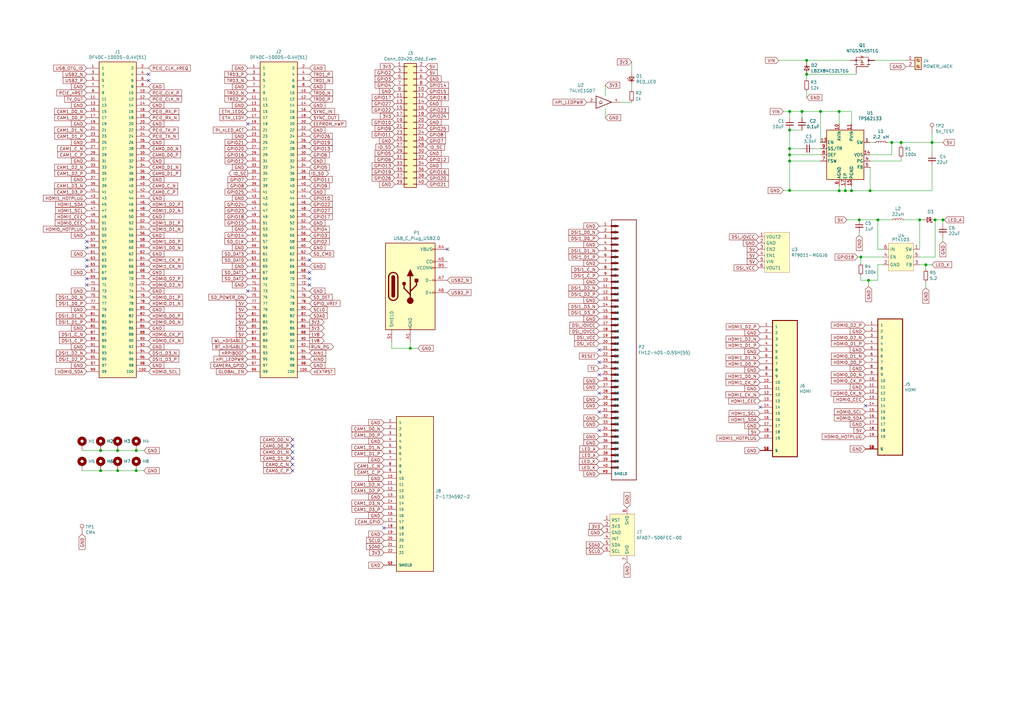
<source format=kicad_sch>
(kicad_sch (version 20200828) (generator eeschema)
  (page 1 1)
  (paper "A3")
  (lib_symbols
    (symbol "1827059-3:1827059-3" (pin_names (offset 1.016))
      (property "Reference" "J" (at -5.08 27.9654 0))
      (property "Value" "1827059-3" (at -5.08 -30.5054 0))
      (symbol "1827059-3_0_0"
        (pin passive line (at -10.16 25.4 0) (length 5.08) (name "1") (number "1"))
        (pin passive line (at -10.16 22.86 0) (length 5.08) (name "2") (number "2"))
        (pin passive line (at -10.16 20.32 0) (length 5.08) (name "3") (number "3"))
        (pin passive line (at -10.16 17.78 0) (length 5.08) (name "4") (number "4"))
        (pin passive line (at -10.16 15.24 0) (length 5.08) (name "5") (number "5"))
        (pin passive line (at -10.16 12.7 0) (length 5.08) (name "6") (number "6"))
        (pin passive line (at -10.16 10.16 0) (length 5.08) (name "7") (number "7"))
        (pin passive line (at -10.16 7.62 0) (length 5.08) (name "8") (number "8"))
        (pin passive line (at -10.16 5.08 0) (length 5.08) (name "9") (number "9"))
        (pin passive line (at -10.16 2.54 0) (length 5.08) (name "10") (number "10"))
        (pin passive line (at -10.16 0 0) (length 5.08) (name "11") (number "11"))
        (pin passive line (at -10.16 -2.54 0) (length 5.08) (name "12") (number "12"))
        (pin passive line (at -10.16 -5.08 0) (length 5.08) (name "13") (number "13"))
        (pin passive line (at -10.16 -7.62 0) (length 5.08) (name "14") (number "14"))
        (pin passive line (at -10.16 -10.16 0) (length 5.08) (name "15") (number "15"))
        (pin passive line (at -10.16 -12.7 0) (length 5.08) (name "16") (number "16"))
        (pin passive line (at -10.16 -15.24 0) (length 5.08) (name "17") (number "17"))
        (pin passive line (at -10.16 -17.78 0) (length 5.08) (name "18") (number "18"))
        (pin passive line (at -10.16 -20.32 0) (length 5.08) (name "19") (number "19"))
        (pin passive line (at -10.16 -25.4 0) (length 5.08) (name "S") (number "S1"))
        (pin passive line (at -10.16 -25.4 0) (length 5.08) (name "S") (number "S2"))
        (pin passive line (at -10.16 -25.4 0) (length 5.08) (name "S") (number "S3"))
        (pin passive line (at -10.16 -25.4 0) (length 5.08) (name "S") (number "S4"))
      )
    )
    (symbol "2-1734592-2:2-1734592-2" (pin_names (offset 1.016))
      (property "Reference" "J" (at -7.62 31.75 0))
      (property "Value" "2-1734592-2" (at -7.62 -34.29 0))
      (symbol "2-1734592-2_0_0"
        (pin passive line (at -12.7 -30.48 0) (length 5.08) (name "SHIELD") (number "S1"))
        (pin passive line (at -12.7 -30.48 0) (length 5.08) (name "SHIELD") (number "S2"))
        (pin passive line (at -12.7 27.94 0) (length 5.08) (name "1") (number "1"))
        (pin passive line (at -12.7 25.4 0) (length 5.08) (name "2") (number "2"))
        (pin passive line (at -12.7 22.86 0) (length 5.08) (name "3") (number "3"))
        (pin passive line (at -12.7 20.32 0) (length 5.08) (name "4") (number "4"))
        (pin passive line (at -12.7 17.78 0) (length 5.08) (name "5") (number "5"))
        (pin passive line (at -12.7 15.24 0) (length 5.08) (name "6") (number "6"))
        (pin passive line (at -12.7 12.7 0) (length 5.08) (name "7") (number "7"))
        (pin passive line (at -12.7 10.16 0) (length 5.08) (name "8") (number "8"))
        (pin passive line (at -12.7 7.62 0) (length 5.08) (name "9") (number "9"))
        (pin passive line (at -12.7 5.08 0) (length 5.08) (name "10") (number "10"))
        (pin passive line (at -12.7 2.54 0) (length 5.08) (name "11") (number "11"))
        (pin passive line (at -12.7 0 0) (length 5.08) (name "12") (number "12"))
        (pin passive line (at -12.7 -2.54 0) (length 5.08) (name "13") (number "13"))
        (pin passive line (at -12.7 -5.08 0) (length 5.08) (name "14") (number "14"))
        (pin passive line (at -12.7 -7.62 0) (length 5.08) (name "15") (number "15"))
        (pin passive line (at -12.7 -10.16 0) (length 5.08) (name "16") (number "16"))
        (pin passive line (at -12.7 -12.7 0) (length 5.08) (name "17") (number "17"))
        (pin passive line (at -12.7 -15.24 0) (length 5.08) (name "18") (number "18"))
        (pin passive line (at -12.7 -17.78 0) (length 5.08) (name "19") (number "19"))
        (pin passive line (at -12.7 -20.32 0) (length 5.08) (name "20") (number "20"))
        (pin passive line (at -12.7 -22.86 0) (length 5.08) (name "21") (number "21"))
        (pin passive line (at -12.7 -25.4 0) (length 5.08) (name "22") (number "22"))
      )
    )
    (symbol "74xGxx:74LVC1G07" (pin_names (offset 1.016))
      (property "Reference" "U" (at -2.54 3.81 0))
      (property "Value" "74LVC1G07" (at 0 -3.81 0))
      (symbol "74LVC1G07_1_1"
        (pin input line (at -7.62 0 0) (length 3.81) (name "~") (number "2"))
        (pin power_in line (at 0 -2.54 270) (length 0) hide (name "GND") (number "3"))
        (pin open_collector line (at 6.35 0 180) (length 3.81) (name "~") (number "4"))
        (pin power_in line (at 0 2.54 90) (length 0) hide (name "VCC") (number "5"))
      )
    )
    (symbol "AFA07-S06FCC-00:AFA07-S06FCC-00"
      (property "Reference" "J" (at -1.27 15.875 0))
      (property "Value" "AFA07-S06FCC-00" (at -0.635 17.78 0))
      (symbol "AFA07-S06FCC-00_1_1"
        (pin input line (at -8.255 5.715 0) (length 2.54) (name "RST") (number "1"))
        (pin input line (at -8.255 3.175 0) (length 2.54) (name "3V3") (number "2"))
        (pin input line (at -8.255 0.635 0) (length 2.54) (name "GND") (number "3"))
        (pin input line (at -8.255 -1.905 0) (length 2.54) (name "INT") (number "4"))
        (pin input line (at -8.255 -4.445 0) (length 2.54) (name "SDA") (number "5"))
        (pin input line (at -8.255 -6.985 0) (length 2.54) (name "SCL") (number "6"))
        (pin input line (at 1.27 -11.43 90) (length 2.54) (name "SHD") (number "7"))
        (pin input line (at 1.27 10.795 270) (length 2.54) (name "SHD") (number "8"))
      )
    )
    (symbol "Connector:Screw_Terminal_01x02" (pin_names (offset 1.016) hide)
      (property "Reference" "J" (at 0 2.54 0))
      (property "Value" "Screw_Terminal_01x02" (at 0 -5.08 0))
      (symbol "Screw_Terminal_01x02_1_1"
        (pin passive line (at -5.08 0 0) (length 3.81) (name "Pin_1") (number "1"))
        (pin passive line (at -5.08 -2.54 0) (length 3.81) (name "Pin_2") (number "2"))
      )
    )
    (symbol "Connector:TestPoint" (pin_numbers hide) (pin_names (offset 0.762) hide)
      (property "Reference" "TP" (at 0 6.858 0))
      (property "Value" "TestPoint" (at 0 5.08 0))
      (symbol "TestPoint_1_1"
        (pin passive line (at 0 0 90) (length 2.54) (name "1") (number "1"))
      )
    )
    (symbol "Connector:USB_C_Plug_USB2.0" (pin_names (offset 1.016))
      (property "Reference" "P" (at -10.16 19.05 0))
      (property "Value" "USB_C_Plug_USB2.0" (at 12.7 19.05 0))
      (symbol "USB_C_Plug_USB2.0_1_1"
        (pin passive line (at 0 -22.86 90) (length 5.08) (name "GND") (number "A1"))
        (pin passive line (at 0 -22.86 90) (length 5.08) hide (name "GND") (number "A12"))
        (pin passive line (at 15.24 15.24 180) (length 5.08) (name "VBUS") (number "A4"))
        (pin bidirectional line (at 15.24 10.16 180) (length 5.08) (name "CC") (number "A5"))
        (pin bidirectional line (at 15.24 -2.54 180) (length 5.08) (name "D+") (number "A6"))
        (pin bidirectional line (at 15.24 2.54 180) (length 5.08) (name "D-") (number "A7"))
        (pin passive line (at 15.24 15.24 180) (length 5.08) hide (name "VBUS") (number "A9"))
        (pin passive line (at 0 -22.86 90) (length 5.08) hide (name "GND") (number "B1"))
        (pin passive line (at 0 -22.86 90) (length 5.08) hide (name "GND") (number "B12"))
        (pin passive line (at 15.24 15.24 180) (length 5.08) hide (name "VBUS") (number "B4"))
        (pin bidirectional line (at 15.24 7.62 180) (length 5.08) (name "VCONN") (number "B5"))
        (pin passive line (at 15.24 15.24 180) (length 5.08) hide (name "VBUS") (number "B9"))
        (pin passive line (at -7.62 -22.86 90) (length 5.08) (name "SHIELD") (number "S1"))
      )
    )
    (symbol "Connector_Generic:Conn_02x20_Odd_Even" (pin_names (offset 1.016) hide)
      (property "Reference" "J" (at 1.27 25.4 0))
      (property "Value" "Conn_02x20_Odd_Even" (at 1.27 -27.94 0))
      (symbol "Conn_02x20_Odd_Even_1_1"
        (pin passive line (at -5.08 22.86 0) (length 3.81) (name "Pin_1") (number "1"))
        (pin passive line (at 7.62 12.7 180) (length 3.81) (name "Pin_10") (number "10"))
        (pin passive line (at -5.08 10.16 0) (length 3.81) (name "Pin_11") (number "11"))
        (pin passive line (at 7.62 10.16 180) (length 3.81) (name "Pin_12") (number "12"))
        (pin passive line (at -5.08 7.62 0) (length 3.81) (name "Pin_13") (number "13"))
        (pin passive line (at 7.62 7.62 180) (length 3.81) (name "Pin_14") (number "14"))
        (pin passive line (at -5.08 5.08 0) (length 3.81) (name "Pin_15") (number "15"))
        (pin passive line (at 7.62 5.08 180) (length 3.81) (name "Pin_16") (number "16"))
        (pin passive line (at -5.08 2.54 0) (length 3.81) (name "Pin_17") (number "17"))
        (pin passive line (at 7.62 2.54 180) (length 3.81) (name "Pin_18") (number "18"))
        (pin passive line (at -5.08 0 0) (length 3.81) (name "Pin_19") (number "19"))
        (pin passive line (at 7.62 22.86 180) (length 3.81) (name "Pin_2") (number "2"))
        (pin passive line (at 7.62 0 180) (length 3.81) (name "Pin_20") (number "20"))
        (pin passive line (at -5.08 -2.54 0) (length 3.81) (name "Pin_21") (number "21"))
        (pin passive line (at 7.62 -2.54 180) (length 3.81) (name "Pin_22") (number "22"))
        (pin passive line (at -5.08 -5.08 0) (length 3.81) (name "Pin_23") (number "23"))
        (pin passive line (at 7.62 -5.08 180) (length 3.81) (name "Pin_24") (number "24"))
        (pin passive line (at -5.08 -7.62 0) (length 3.81) (name "Pin_25") (number "25"))
        (pin passive line (at 7.62 -7.62 180) (length 3.81) (name "Pin_26") (number "26"))
        (pin passive line (at -5.08 -10.16 0) (length 3.81) (name "Pin_27") (number "27"))
        (pin passive line (at 7.62 -10.16 180) (length 3.81) (name "Pin_28") (number "28"))
        (pin passive line (at -5.08 -12.7 0) (length 3.81) (name "Pin_29") (number "29"))
        (pin passive line (at -5.08 20.32 0) (length 3.81) (name "Pin_3") (number "3"))
        (pin passive line (at 7.62 -12.7 180) (length 3.81) (name "Pin_30") (number "30"))
        (pin passive line (at -5.08 -15.24 0) (length 3.81) (name "Pin_31") (number "31"))
        (pin passive line (at 7.62 -15.24 180) (length 3.81) (name "Pin_32") (number "32"))
        (pin passive line (at -5.08 -17.78 0) (length 3.81) (name "Pin_33") (number "33"))
        (pin passive line (at 7.62 -17.78 180) (length 3.81) (name "Pin_34") (number "34"))
        (pin passive line (at -5.08 -20.32 0) (length 3.81) (name "Pin_35") (number "35"))
        (pin passive line (at 7.62 -20.32 180) (length 3.81) (name "Pin_36") (number "36"))
        (pin passive line (at -5.08 -22.86 0) (length 3.81) (name "Pin_37") (number "37"))
        (pin passive line (at 7.62 -22.86 180) (length 3.81) (name "Pin_38") (number "38"))
        (pin passive line (at -5.08 -25.4 0) (length 3.81) (name "Pin_39") (number "39"))
        (pin passive line (at 7.62 20.32 180) (length 3.81) (name "Pin_4") (number "4"))
        (pin passive line (at 7.62 -25.4 180) (length 3.81) (name "Pin_40") (number "40"))
        (pin passive line (at -5.08 17.78 0) (length 3.81) (name "Pin_5") (number "5"))
        (pin passive line (at 7.62 17.78 180) (length 3.81) (name "Pin_6") (number "6"))
        (pin passive line (at -5.08 15.24 0) (length 3.81) (name "Pin_7") (number "7"))
        (pin passive line (at 7.62 15.24 180) (length 3.81) (name "Pin_8") (number "8"))
        (pin passive line (at -5.08 12.7 0) (length 3.81) (name "Pin_9") (number "9"))
      )
    )
    (symbol "DF40C-100DS-0.4V_51_:DF40C-100DS-0.4V(51)" (pin_names (offset 1.016))
      (property "Reference" "J" (at -7.6454 63.6524 0))
      (property "Value" "DF40C-100DS-0.4V(51)" (at -7.6454 -71.2724 0))
      (symbol "DF40C-100DS-0.4V(51)_0_0"
        (pin passive line (at -12.7 60.96 0) (length 5.08) (name "1") (number "1"))
        (pin passive line (at 12.7 60.96 180) (length 5.08) (name "2") (number "2"))
        (pin passive line (at -12.7 58.42 0) (length 5.08) (name "3") (number "3"))
        (pin passive line (at 12.7 58.42 180) (length 5.08) (name "4") (number "4"))
        (pin passive line (at -12.7 55.88 0) (length 5.08) (name "5") (number "5"))
        (pin passive line (at 12.7 55.88 180) (length 5.08) (name "6") (number "6"))
        (pin passive line (at -12.7 53.34 0) (length 5.08) (name "7") (number "7"))
        (pin passive line (at 12.7 53.34 180) (length 5.08) (name "8") (number "8"))
        (pin passive line (at -12.7 50.8 0) (length 5.08) (name "9") (number "9"))
        (pin passive line (at 12.7 50.8 180) (length 5.08) (name "10") (number "10"))
        (pin passive line (at -12.7 48.26 0) (length 5.08) (name "11") (number "11"))
        (pin passive line (at 12.7 48.26 180) (length 5.08) (name "12") (number "12"))
        (pin passive line (at -12.7 45.72 0) (length 5.08) (name "13") (number "13"))
        (pin passive line (at 12.7 45.72 180) (length 5.08) (name "14") (number "14"))
        (pin passive line (at -12.7 43.18 0) (length 5.08) (name "15") (number "15"))
        (pin passive line (at 12.7 43.18 180) (length 5.08) (name "16") (number "16"))
        (pin passive line (at -12.7 40.64 0) (length 5.08) (name "17") (number "17"))
        (pin passive line (at 12.7 40.64 180) (length 5.08) (name "18") (number "18"))
        (pin passive line (at -12.7 38.1 0) (length 5.08) (name "19") (number "19"))
        (pin passive line (at 12.7 38.1 180) (length 5.08) (name "20") (number "20"))
        (pin passive line (at -12.7 35.56 0) (length 5.08) (name "21") (number "21"))
        (pin passive line (at 12.7 35.56 180) (length 5.08) (name "22") (number "22"))
        (pin passive line (at -12.7 33.02 0) (length 5.08) (name "23") (number "23"))
        (pin passive line (at 12.7 33.02 180) (length 5.08) (name "24") (number "24"))
        (pin passive line (at -12.7 30.48 0) (length 5.08) (name "25") (number "25"))
        (pin passive line (at 12.7 30.48 180) (length 5.08) (name "26") (number "26"))
        (pin passive line (at -12.7 27.94 0) (length 5.08) (name "27") (number "27"))
        (pin passive line (at 12.7 27.94 180) (length 5.08) (name "28") (number "28"))
        (pin passive line (at -12.7 25.4 0) (length 5.08) (name "29") (number "29"))
        (pin passive line (at 12.7 25.4 180) (length 5.08) (name "30") (number "30"))
        (pin passive line (at -12.7 22.86 0) (length 5.08) (name "31") (number "31"))
        (pin passive line (at 12.7 22.86 180) (length 5.08) (name "32") (number "32"))
        (pin passive line (at -12.7 20.32 0) (length 5.08) (name "33") (number "33"))
        (pin passive line (at 12.7 20.32 180) (length 5.08) (name "34") (number "34"))
        (pin passive line (at -12.7 17.78 0) (length 5.08) (name "35") (number "35"))
        (pin passive line (at 12.7 17.78 180) (length 5.08) (name "36") (number "36"))
        (pin passive line (at -12.7 15.24 0) (length 5.08) (name "37") (number "37"))
        (pin passive line (at 12.7 15.24 180) (length 5.08) (name "38") (number "38"))
        (pin passive line (at -12.7 12.7 0) (length 5.08) (name "39") (number "39"))
        (pin passive line (at 12.7 12.7 180) (length 5.08) (name "40") (number "40"))
        (pin passive line (at -12.7 10.16 0) (length 5.08) (name "41") (number "41"))
        (pin passive line (at 12.7 10.16 180) (length 5.08) (name "42") (number "42"))
        (pin passive line (at -12.7 7.62 0) (length 5.08) (name "43") (number "43"))
        (pin passive line (at 12.7 7.62 180) (length 5.08) (name "44") (number "44"))
        (pin passive line (at -12.7 5.08 0) (length 5.08) (name "45") (number "45"))
        (pin passive line (at 12.7 5.08 180) (length 5.08) (name "46") (number "46"))
        (pin passive line (at -12.7 2.54 0) (length 5.08) (name "47") (number "47"))
        (pin passive line (at 12.7 2.54 180) (length 5.08) (name "48") (number "48"))
        (pin passive line (at -12.7 0 0) (length 5.08) (name "49") (number "49"))
        (pin passive line (at 12.7 0 180) (length 5.08) (name "50") (number "50"))
        (pin passive line (at -12.7 -2.54 0) (length 5.08) (name "51") (number "51"))
        (pin passive line (at 12.7 -2.54 180) (length 5.08) (name "52") (number "52"))
        (pin passive line (at -12.7 -5.08 0) (length 5.08) (name "53") (number "53"))
        (pin passive line (at 12.7 -5.08 180) (length 5.08) (name "54") (number "54"))
        (pin passive line (at -12.7 -7.62 0) (length 5.08) (name "55") (number "55"))
        (pin passive line (at 12.7 -7.62 180) (length 5.08) (name "56") (number "56"))
        (pin passive line (at -12.7 -10.16 0) (length 5.08) (name "57") (number "57"))
        (pin passive line (at 12.7 -10.16 180) (length 5.08) (name "58") (number "58"))
        (pin passive line (at -12.7 -12.7 0) (length 5.08) (name "59") (number "59"))
        (pin passive line (at 12.7 -12.7 180) (length 5.08) (name "60") (number "60"))
        (pin passive line (at -12.7 -15.24 0) (length 5.08) (name "61") (number "61"))
        (pin passive line (at 12.7 -15.24 180) (length 5.08) (name "62") (number "62"))
        (pin passive line (at -12.7 -17.78 0) (length 5.08) (name "63") (number "63"))
        (pin passive line (at 12.7 -17.78 180) (length 5.08) (name "64") (number "64"))
        (pin passive line (at -12.7 -20.32 0) (length 5.08) (name "65") (number "65"))
        (pin passive line (at 12.7 -20.32 180) (length 5.08) (name "66") (number "66"))
        (pin passive line (at -12.7 -22.86 0) (length 5.08) (name "67") (number "67"))
        (pin passive line (at 12.7 -22.86 180) (length 5.08) (name "68") (number "68"))
        (pin passive line (at -12.7 -25.4 0) (length 5.08) (name "69") (number "69"))
        (pin passive line (at 12.7 -25.4 180) (length 5.08) (name "70") (number "70"))
        (pin passive line (at -12.7 -27.94 0) (length 5.08) (name "71") (number "71"))
        (pin passive line (at 12.7 -27.94 180) (length 5.08) (name "72") (number "72"))
        (pin passive line (at -12.7 -30.48 0) (length 5.08) (name "73") (number "73"))
        (pin passive line (at 12.7 -30.48 180) (length 5.08) (name "74") (number "74"))
        (pin passive line (at -12.7 -33.02 0) (length 5.08) (name "75") (number "75"))
        (pin passive line (at 12.7 -33.02 180) (length 5.08) (name "76") (number "76"))
        (pin passive line (at -12.7 -35.56 0) (length 5.08) (name "77") (number "77"))
        (pin passive line (at 12.7 -35.56 180) (length 5.08) (name "78") (number "78"))
        (pin passive line (at -12.7 -38.1 0) (length 5.08) (name "79") (number "79"))
        (pin passive line (at 12.7 -38.1 180) (length 5.08) (name "80") (number "80"))
        (pin passive line (at -12.7 -40.64 0) (length 5.08) (name "81") (number "81"))
        (pin passive line (at 12.7 -40.64 180) (length 5.08) (name "82") (number "82"))
        (pin passive line (at -12.7 -43.18 0) (length 5.08) (name "83") (number "83"))
        (pin passive line (at 12.7 -43.18 180) (length 5.08) (name "84") (number "84"))
        (pin passive line (at -12.7 -45.72 0) (length 5.08) (name "85") (number "85"))
        (pin passive line (at 12.7 -45.72 180) (length 5.08) (name "86") (number "86"))
        (pin passive line (at -12.7 -48.26 0) (length 5.08) (name "87") (number "87"))
        (pin passive line (at 12.7 -48.26 180) (length 5.08) (name "88") (number "88"))
        (pin passive line (at -12.7 -50.8 0) (length 5.08) (name "89") (number "89"))
        (pin passive line (at 12.7 -50.8 180) (length 5.08) (name "90") (number "90"))
        (pin passive line (at -12.7 -53.34 0) (length 5.08) (name "91") (number "91"))
        (pin passive line (at 12.7 -53.34 180) (length 5.08) (name "92") (number "92"))
        (pin passive line (at -12.7 -55.88 0) (length 5.08) (name "93") (number "93"))
        (pin passive line (at 12.7 -55.88 180) (length 5.08) (name "94") (number "94"))
        (pin passive line (at -12.7 -58.42 0) (length 5.08) (name "95") (number "95"))
        (pin passive line (at 12.7 -58.42 180) (length 5.08) (name "96") (number "96"))
        (pin passive line (at -12.7 -60.96 0) (length 5.08) (name "97") (number "97"))
        (pin passive line (at 12.7 -60.96 180) (length 5.08) (name "98") (number "98"))
        (pin passive line (at -12.7 -63.5 0) (length 5.08) (name "99") (number "99"))
        (pin passive line (at 12.7 -63.5 180) (length 5.08) (name "100") (number "100"))
      )
    )
    (symbol "Device:C_Small" (pin_numbers hide) (pin_names (offset 0.254) hide)
      (property "Reference" "C" (at 0.254 1.778 0))
      (property "Value" "C_Small" (at 0.254 -2.032 0))
      (symbol "C_Small_1_1"
        (pin passive line (at 0 2.54 270) (length 2.032) (name "~") (number "1"))
        (pin passive line (at 0 -2.54 90) (length 2.032) (name "~") (number "2"))
      )
    )
    (symbol "Device:D_Schottky_Small" (pin_numbers hide) (pin_names (offset 0.254) hide)
      (property "Reference" "D" (at -1.27 2.032 0))
      (property "Value" "D_Schottky_Small" (at -7.112 -2.032 0))
      (symbol "D_Schottky_Small_1_1"
        (pin passive line (at -2.54 0 0) (length 1.778) (name "K") (number "1"))
        (pin passive line (at 2.54 0 180) (length 1.778) (name "A") (number "2"))
      )
    )
    (symbol "Device:D_Zener_Small" (pin_numbers hide) (pin_names (offset 0.254) hide)
      (property "Reference" "D" (at 0 2.286 0))
      (property "Value" "D_Zener_Small" (at 0 -2.286 0))
      (symbol "D_Zener_Small_1_1"
        (pin passive line (at -2.54 0 0) (length 1.778) (name "K") (number "1"))
        (pin passive line (at 2.54 0 180) (length 1.778) (name "A") (number "2"))
      )
    )
    (symbol "Device:LED_Small" (pin_numbers hide) (pin_names (offset 0.254) hide)
      (property "Reference" "D" (at -1.27 3.175 0))
      (property "Value" "LED_Small" (at -4.445 -2.54 0))
      (symbol "LED_Small_1_1"
        (pin passive line (at -2.54 0 0) (length 1.778) (name "K") (number "1"))
        (pin passive line (at 2.54 0 180) (length 1.778) (name "A") (number "2"))
      )
    )
    (symbol "Device:L_Small" (pin_numbers hide) (pin_names (offset 0.254) hide)
      (property "Reference" "L" (at 0.762 1.016 0))
      (property "Value" "L_Small" (at 0.762 -1.016 0))
      (symbol "L_Small_1_1"
        (pin passive line (at 0 2.54 270) (length 0.508) (name "~") (number "1"))
        (pin passive line (at 0 -2.54 90) (length 0.508) (name "~") (number "2"))
      )
    )
    (symbol "Device:R_Small" (pin_numbers hide) (pin_names (offset 0.254) hide)
      (property "Reference" "R" (at 0.762 0.508 0))
      (property "Value" "R_Small" (at 0.762 -1.016 0))
      (symbol "R_Small_1_1"
        (pin passive line (at 0 2.54 270) (length 0.762) (name "~") (number "1"))
        (pin passive line (at 0 -2.54 90) (length 0.762) (name "~") (number "2"))
      )
    )
    (symbol "FH12-40S-0.5SH_55_:FH12-40S-0.5SH(55)" (pin_names (offset 1.016))
      (property "Reference" "P" (at 0 53.4162 0))
      (property "Value" "FH12-40S-0.5SH(55)" (at 0 -55.88 0))
      (symbol "FH12-40S-0.5SH(55)_0_0"
        (pin passive line (at -5.08 50.8 0) (length 5.08) (name "1") (number "1"))
        (pin passive line (at -5.08 48.26 0) (length 5.08) (name "2") (number "2"))
        (pin passive line (at -5.08 45.72 0) (length 5.08) (name "3") (number "3"))
        (pin passive line (at -5.08 43.18 0) (length 5.08) (name "4") (number "4"))
        (pin passive line (at -5.08 40.64 0) (length 5.08) (name "5") (number "5"))
        (pin passive line (at -5.08 38.1 0) (length 5.08) (name "6") (number "6"))
        (pin passive line (at -5.08 35.56 0) (length 5.08) (name "7") (number "7"))
        (pin passive line (at -5.08 33.02 0) (length 5.08) (name "8") (number "8"))
        (pin passive line (at -5.08 30.48 0) (length 5.08) (name "9") (number "9"))
        (pin passive line (at -5.08 27.94 0) (length 5.08) (name "10") (number "10"))
        (pin passive line (at -5.08 25.4 0) (length 5.08) (name "11") (number "11"))
        (pin passive line (at -5.08 22.86 0) (length 5.08) (name "12") (number "12"))
        (pin passive line (at -5.08 20.32 0) (length 5.08) (name "13") (number "13"))
        (pin passive line (at -5.08 17.78 0) (length 5.08) (name "14") (number "14"))
        (pin passive line (at -5.08 15.24 0) (length 5.08) (name "15") (number "15"))
        (pin passive line (at -5.08 12.7 0) (length 5.08) (name "16") (number "16"))
        (pin passive line (at -5.08 10.16 0) (length 5.08) (name "17") (number "17"))
        (pin passive line (at -5.08 7.62 0) (length 5.08) (name "18") (number "18"))
        (pin passive line (at -5.08 5.08 0) (length 5.08) (name "19") (number "19"))
        (pin passive line (at -5.08 2.54 0) (length 5.08) (name "20") (number "20"))
        (pin passive line (at -5.08 0 0) (length 5.08) (name "21") (number "21"))
        (pin passive line (at -5.08 -2.54 0) (length 5.08) (name "22") (number "22"))
        (pin passive line (at -5.08 -5.08 0) (length 5.08) (name "23") (number "23"))
        (pin passive line (at -5.08 -7.62 0) (length 5.08) (name "24") (number "24"))
        (pin passive line (at -5.08 -10.16 0) (length 5.08) (name "25") (number "25"))
        (pin passive line (at -5.08 -12.7 0) (length 5.08) (name "26") (number "26"))
        (pin passive line (at -5.08 -15.24 0) (length 5.08) (name "27") (number "27"))
        (pin passive line (at -5.08 -17.78 0) (length 5.08) (name "28") (number "28"))
        (pin passive line (at -5.08 -20.32 0) (length 5.08) (name "29") (number "29"))
        (pin passive line (at -5.08 -22.86 0) (length 5.08) (name "30") (number "30"))
        (pin passive line (at -5.08 -25.4 0) (length 5.08) (name "31") (number "31"))
        (pin passive line (at -5.08 -27.94 0) (length 5.08) (name "32") (number "32"))
        (pin passive line (at -5.08 -30.48 0) (length 5.08) (name "33") (number "33"))
        (pin passive line (at -5.08 -33.02 0) (length 5.08) (name "34") (number "34"))
        (pin passive line (at -5.08 -35.56 0) (length 5.08) (name "35") (number "35"))
        (pin passive line (at -5.08 -38.1 0) (length 5.08) (name "36") (number "36"))
        (pin passive line (at -5.08 -40.64 0) (length 5.08) (name "37") (number "37"))
        (pin passive line (at -5.08 -43.18 0) (length 5.08) (name "38") (number "38"))
        (pin passive line (at -5.08 -45.72 0) (length 5.08) (name "39") (number "39"))
        (pin passive line (at -5.08 -48.26 0) (length 5.08) (name "40") (number "40"))
        (pin passive line (at -5.08 -50.8 0) (length 5.08) (name "SHIELD") (number "P1"))
        (pin passive line (at -5.08 -50.8 0) (length 5.08) (name "SHIELD") (number "P2"))
      )
    )
    (symbol "Mechanical:MountingHole_Pad" (pin_numbers hide) (pin_names (offset 1.016) hide)
      (property "Reference" "H" (at 0 6.35 0))
      (property "Value" "MountingHole_Pad" (at 0 4.445 0))
      (symbol "MountingHole_Pad_1_1"
        (pin input line (at 0 -2.54 90) (length 2.54) (name "1") (number "1"))
      )
    )
    (symbol "NTGS3455T1G:NTGS3455T1G" (pin_numbers hide) (pin_names (offset 1.016) hide)
      (property "Reference" "Q" (at -8.89 3.81 0))
      (property "Value" "NTGS3455T1G" (at -8.89 -6.35 0))
      (symbol "NTGS3455T1G_0_0"
        (pin passive line (at 2.54 5.08 270) (length 2.54) (name "~") (number "4"))
        (pin passive line (at -2.54 2.54 0) (length 2.54) (name "~") (number "3"))
        (pin passive line (at 2.54 -5.08 90) (length 2.54) (name "~") (number "1"))
        (pin passive line (at 2.54 -5.08 90) (length 2.54) (name "~") (number "2"))
        (pin passive line (at 2.54 -5.08 90) (length 2.54) (name "~") (number "5"))
        (pin passive line (at 2.54 -5.08 90) (length 2.54) (name "~") (number "6"))
      )
    )
    (symbol "Regulator_Linear:PT4103"
      (property "Reference" "U" (at 0 12.065 0))
      (property "Value" "PT4103" (at 0 10.16 0))
      (symbol "PT4103_1_1"
        (pin input line (at 7.62 3.175 180) (length 2.54) (name "SW") (number "1"))
        (pin input line (at -7.62 -3.175 0) (length 2.54) (name "GND") (number "2"))
        (pin input line (at 7.62 -3.175 180) (length 2.54) (name "FB") (number "3"))
        (pin input line (at -7.62 0 0) (length 2.54) (name "EN") (number "4"))
        (pin input line (at 7.62 0 180) (length 2.54) (name "OV") (number "5"))
        (pin input line (at -7.62 3.175 0) (length 2.54) (name "IN") (number "6"))
      )
    )
    (symbol "Regulator_Linear:RT9011-MGGJ6"
      (property "Reference" "U" (at -1.27 11.43 0))
      (property "Value" "RT9011-MGGJ6" (at -0.635 8.89 0))
      (symbol "RT9011-MGGJ6_1_1"
        (pin input line (at -7.62 5.08 0) (length 2.54) (name "VOUT2") (number "1"))
        (pin input line (at -7.62 2.54 0) (length 2.54) (name "GND") (number "2"))
        (pin input line (at -7.62 0 0) (length 2.54) (name "EN2") (number "3"))
        (pin input line (at -7.62 -2.54 0) (length 2.54) (name "EN1") (number "4"))
        (pin input line (at -7.62 -5.08 0) (length 2.54) (name "VIN") (number "5"))
        (pin input line (at -7.62 -7.62 0) (length 2.54) (name "VOUT1") (number "6"))
      )
    )
    (symbol "Regulator_Switching:TPS62133" (pin_names (offset 0.254))
      (property "Reference" "U" (at 3.81 13.97 0))
      (property "Value" "TPS62133" (at 3.81 11.43 0))
      (symbol "TPS62133_1_1"
        (pin output line (at 10.16 5.08 180) (length 2.54) (name "SW") (number "1"))
        (pin power_in line (at -2.54 12.7 270) (length 2.54) (name "AVIN") (number "10"))
        (pin power_in line (at 2.54 12.7 270) (length 2.54) (name "PVIN") (number "11"))
        (pin passive line (at 2.54 12.7 270) (length 2.54) hide (name "PVIN") (number "12"))
        (pin input line (at -10.16 5.08 0) (length 2.54) (name "EN") (number "13"))
        (pin input line (at 10.16 0 180) (length 2.54) (name "VOS") (number "14"))
        (pin power_in line (at 2.54 -12.7 90) (length 2.54) (name "PGND") (number "15"))
        (pin passive line (at 2.54 -12.7 90) (length 2.54) hide (name "PGND") (number "16"))
        (pin power_in line (at 0 -12.7 90) (length 2.54) (name "EP") (number "17"))
        (pin passive line (at 10.16 5.08 180) (length 2.54) hide (name "SW") (number "2"))
        (pin passive line (at 10.16 5.08 180) (length 2.54) hide (name "SW") (number "3"))
        (pin open_collector line (at 10.16 -2.54 180) (length 2.54) (name "PG") (number "4"))
        (pin input line (at 10.16 -5.08 180) (length 2.54) (name "FB") (number "5"))
        (pin power_in line (at -2.54 -12.7 90) (length 2.54) (name "AGND") (number "6"))
        (pin input line (at -10.16 -2.54 0) (length 2.54) (name "FSW") (number "7"))
        (pin input line (at -10.16 0 0) (length 2.54) (name "DEF") (number "8"))
        (pin input line (at -10.16 2.54 0) (length 2.54) (name "SS/TR") (number "9"))
      )
    )
  )
  (junction (at 41.275 184.785) (diameter 1.016))
  (junction (at 41.275 193.04) (diameter 1.016))
  (junction (at 48.26 184.785) (diameter 1.016))
  (junction (at 48.26 193.04) (diameter 1.016))
  (junction (at 55.88 184.785) (diameter 1.016))
  (junction (at 55.88 193.04) (diameter 1.016))
  (junction (at 168.275 142.875) (diameter 1.016))
  (junction (at 323.85 45.72) (diameter 1.016))
  (junction (at 323.85 53.34) (diameter 1.016))
  (junction (at 323.85 60.96) (diameter 1.016))
  (junction (at 323.85 63.5) (diameter 1.016))
  (junction (at 323.85 66.04) (diameter 1.016))
  (junction (at 323.85 78.105) (diameter 1.016))
  (junction (at 328.93 45.72) (diameter 1.016))
  (junction (at 330.835 24.765) (diameter 1.016))
  (junction (at 330.835 30.48) (diameter 1.016))
  (junction (at 336.55 45.72) (diameter 1.016))
  (junction (at 344.17 45.72) (diameter 1.016))
  (junction (at 344.17 78.232) (diameter 1.016))
  (junction (at 346.71 78.232) (diameter 1.016))
  (junction (at 349.25 78.232) (diameter 1.016))
  (junction (at 352.425 90.17) (diameter 1.016))
  (junction (at 353.06 105.41) (diameter 1.016))
  (junction (at 356.235 114.935) (diameter 1.016))
  (junction (at 356.87 78.232) (diameter 1.016))
  (junction (at 360.045 90.17) (diameter 1.016))
  (junction (at 365.76 58.42) (diameter 1.016))
  (junction (at 369.57 58.42) (diameter 1.016))
  (junction (at 377.19 90.17) (diameter 1.016))
  (junction (at 379.73 108.585) (diameter 1.016))
  (junction (at 382.27 58.42) (diameter 1.016))
  (junction (at 383.54 90.17) (diameter 1.016))
  (junction (at 386.715 90.17) (diameter 1.016))
  (no_connect (at 35.56 101.6))
  (no_connect (at 120.015 187.96))
  (no_connect (at 120.015 190.5))
  (no_connect (at 60.96 33.02))
  (no_connect (at 60.96 30.48))
  (no_connect (at 35.56 109.22))
  (no_connect (at 127 116.84))
  (no_connect (at 245.745 153.67))
  (no_connect (at 157.48 216.535))
  (no_connect (at 120.015 182.88))
  (no_connect (at 245.745 176.53))
  (no_connect (at 120.015 193.04))
  (no_connect (at 245.745 148.59))
  (no_connect (at 127 114.3))
  (no_connect (at 354.965 166.37))
  (no_connect (at 35.56 116.84))
  (no_connect (at 245.745 168.91))
  (no_connect (at 245.745 143.51))
  (no_connect (at 183.515 102.235))
  (no_connect (at 127 106.68))
  (no_connect (at 120.015 185.42))
  (no_connect (at 120.015 180.34))
  (no_connect (at 35.56 99.06))
  (no_connect (at 127 111.76))
  (no_connect (at 311.785 167.005))
  (no_connect (at 245.745 161.29))
  (no_connect (at 35.56 106.68))
  (no_connect (at 101.6 119.38))
  (no_connect (at 101.6 50.8))
  (no_connect (at 35.56 114.3))
  (wire (pts (xy 33.655 184.785) (xy 41.275 184.785)))
  (wire (pts (xy 33.655 193.04) (xy 41.275 193.04)))
  (wire (pts (xy 41.275 184.785) (xy 48.26 184.785)))
  (wire (pts (xy 41.275 193.04) (xy 48.26 193.04)))
  (wire (pts (xy 48.26 184.785) (xy 55.88 184.785)))
  (wire (pts (xy 48.26 193.04) (xy 55.88 193.04)))
  (wire (pts (xy 55.88 184.785) (xy 59.055 184.785)))
  (wire (pts (xy 55.88 193.04) (xy 59.055 193.04)))
  (wire (pts (xy 160.655 140.335) (xy 160.655 142.875)))
  (wire (pts (xy 160.655 142.875) (xy 168.275 142.875)))
  (wire (pts (xy 168.275 140.335) (xy 168.275 142.875)))
  (wire (pts (xy 168.275 142.875) (xy 171.45 142.875)))
  (wire (pts (xy 248.285 34.925) (xy 248.285 39.37)))
  (wire (pts (xy 248.285 44.45) (xy 248.285 48.26)))
  (wire (pts (xy 254.635 41.91) (xy 259.08 41.91)))
  (wire (pts (xy 259.08 25.4) (xy 259.08 29.845)))
  (wire (pts (xy 259.08 34.925) (xy 259.08 36.83)))
  (wire (pts (xy 319.405 24.765) (xy 330.835 24.765)))
  (wire (pts (xy 321.31 45.72) (xy 323.85 45.72)))
  (wire (pts (xy 323.85 45.72) (xy 323.85 48.26)))
  (wire (pts (xy 323.85 45.72) (xy 328.93 45.72)))
  (wire (pts (xy 323.85 53.34) (xy 323.85 60.96)))
  (wire (pts (xy 323.85 53.34) (xy 328.93 53.34)))
  (wire (pts (xy 323.85 60.96) (xy 323.85 63.5)))
  (wire (pts (xy 323.85 60.96) (xy 328.93 60.96)))
  (wire (pts (xy 323.85 63.5) (xy 323.85 66.04)))
  (wire (pts (xy 323.85 63.5) (xy 336.55 63.5)))
  (wire (pts (xy 323.85 66.04) (xy 323.85 78.105)))
  (wire (pts (xy 323.85 66.04) (xy 336.55 66.04)))
  (wire (pts (xy 323.85 78.105) (xy 321.31 78.105)))
  (wire (pts (xy 323.85 78.105) (xy 323.85 78.232)))
  (wire (pts (xy 323.85 78.232) (xy 344.17 78.232)))
  (wire (pts (xy 328.93 45.72) (xy 328.93 48.26)))
  (wire (pts (xy 328.93 45.72) (xy 336.55 45.72)))
  (wire (pts (xy 330.835 24.765) (xy 330.835 25.4)))
  (wire (pts (xy 330.835 30.48) (xy 330.835 32.385)))
  (wire (pts (xy 330.835 30.48) (xy 351.155 30.48)))
  (wire (pts (xy 330.835 37.465) (xy 330.835 40.005)))
  (wire (pts (xy 334.01 60.96) (xy 336.55 60.96)))
  (wire (pts (xy 336.55 45.72) (xy 336.55 58.42)))
  (wire (pts (xy 336.55 45.72) (xy 344.17 45.72)))
  (wire (pts (xy 344.17 45.72) (xy 344.17 50.8)))
  (wire (pts (xy 344.17 45.72) (xy 349.25 45.72)))
  (wire (pts (xy 344.17 78.232) (xy 344.17 76.2)))
  (wire (pts (xy 346.71 76.2) (xy 346.71 78.232)))
  (wire (pts (xy 346.71 78.232) (xy 344.17 78.232)))
  (wire (pts (xy 347.345 90.17) (xy 352.425 90.17)))
  (wire (pts (xy 348.615 24.765) (xy 330.835 24.765)))
  (wire (pts (xy 349.25 45.72) (xy 349.25 50.8)))
  (wire (pts (xy 349.25 76.2) (xy 349.25 78.232)))
  (wire (pts (xy 349.25 78.232) (xy 346.71 78.232)))
  (wire (pts (xy 351.155 30.48) (xy 351.155 29.845)))
  (wire (pts (xy 351.79 105.41) (xy 353.06 105.41)))
  (wire (pts (xy 352.425 90.17) (xy 360.045 90.17)))
  (wire (pts (xy 352.425 95.25) (xy 352.425 96.52)))
  (wire (pts (xy 353.06 105.41) (xy 353.06 107.95)))
  (wire (pts (xy 353.06 105.41) (xy 361.95 105.41)))
  (wire (pts (xy 353.06 114.935) (xy 353.06 113.03)))
  (wire (pts (xy 353.06 114.935) (xy 356.235 114.935)))
  (wire (pts (xy 356.235 114.935) (xy 356.235 117.475)))
  (wire (pts (xy 356.235 114.935) (xy 360.045 114.935)))
  (wire (pts (xy 356.87 58.42) (xy 358.775 58.42)))
  (wire (pts (xy 356.87 63.5) (xy 365.76 63.5)))
  (wire (pts (xy 356.87 66.04) (xy 369.57 66.04)))
  (wire (pts (xy 356.87 68.58) (xy 356.87 78.232)))
  (wire (pts (xy 356.87 78.232) (xy 349.25 78.232)))
  (wire (pts (xy 358.775 24.765) (xy 371.475 24.765)))
  (wire (pts (xy 360.045 90.17) (xy 360.045 102.235)))
  (wire (pts (xy 360.045 90.17) (xy 365.76 90.17)))
  (wire (pts (xy 360.045 102.235) (xy 361.95 102.235)))
  (wire (pts (xy 360.045 108.585) (xy 360.045 114.935)))
  (wire (pts (xy 361.95 108.585) (xy 360.045 108.585)))
  (wire (pts (xy 363.855 58.42) (xy 365.76 58.42)))
  (wire (pts (xy 365.76 58.42) (xy 369.57 58.42)))
  (wire (pts (xy 365.76 63.5) (xy 365.76 58.42)))
  (wire (pts (xy 369.57 58.42) (xy 369.57 59.69)))
  (wire (pts (xy 369.57 58.42) (xy 382.27 58.42)))
  (wire (pts (xy 369.57 64.77) (xy 369.57 66.04)))
  (wire (pts (xy 370.84 90.17) (xy 377.19 90.17)))
  (wire (pts (xy 377.19 90.17) (xy 377.19 102.235)))
  (wire (pts (xy 377.19 90.17) (xy 378.46 90.17)))
  (wire (pts (xy 377.19 108.585) (xy 379.73 108.585)))
  (wire (pts (xy 379.73 108.585) (xy 379.73 110.49)))
  (wire (pts (xy 379.73 108.585) (xy 382.27 108.585)))
  (wire (pts (xy 379.73 115.57) (xy 379.73 118.11)))
  (wire (pts (xy 382.27 54.61) (xy 382.27 58.42)))
  (wire (pts (xy 382.27 58.42) (xy 382.27 62.865)))
  (wire (pts (xy 382.27 58.42) (xy 386.715 58.42)))
  (wire (pts (xy 382.27 67.945) (xy 382.27 78.232)))
  (wire (pts (xy 382.27 78.232) (xy 356.87 78.232)))
  (wire (pts (xy 383.54 90.17) (xy 383.54 105.41)))
  (wire (pts (xy 383.54 90.17) (xy 386.715 90.17)))
  (wire (pts (xy 383.54 105.41) (xy 377.19 105.41)))
  (wire (pts (xy 386.715 90.17) (xy 386.715 92.075)))
  (wire (pts (xy 386.715 90.17) (xy 387.35 90.17)))
  (wire (pts (xy 386.715 97.155) (xy 386.715 99.06)))
  (global_label "GND" (shape input) (at 33.655 219.075 270))
  (global_label "USB_OTG_ID" (shape input) (at 35.56 27.94 180))
  (global_label "USB2_N" (shape input) (at 35.56 30.48 180))
  (global_label "USB2_P" (shape input) (at 35.56 33.02 180))
  (global_label "GND" (shape input) (at 35.56 35.56 180))
  (global_label "PCIE_nRST" (shape input) (at 35.56 38.1 180))
  (global_label "TV_OUT" (shape input) (at 35.56 40.64 180))
  (global_label "GND" (shape input) (at 35.56 43.18 180))
  (global_label "CAM1_D0_N" (shape input) (at 35.56 45.72 180))
  (global_label "CAM1_D0_P" (shape input) (at 35.56 48.26 180))
  (global_label "GND" (shape input) (at 35.56 50.8 180))
  (global_label "CAM1_D1_N" (shape input) (at 35.56 53.34 180))
  (global_label "CAM1_D1_P" (shape input) (at 35.56 55.88 180))
  (global_label "GND" (shape input) (at 35.56 58.42 180))
  (global_label "CAM1_C_N" (shape input) (at 35.56 60.96 180))
  (global_label "CAM1_C_P" (shape input) (at 35.56 63.5 180))
  (global_label "GND" (shape input) (at 35.56 66.04 180))
  (global_label "CAM1_D2_N" (shape input) (at 35.56 68.58 180))
  (global_label "CAM1_D2_P" (shape input) (at 35.56 71.12 180))
  (global_label "GND" (shape input) (at 35.56 73.66 180))
  (global_label "CAM1_D3_N" (shape input) (at 35.56 76.2 180))
  (global_label "CAM1_D3_P" (shape input) (at 35.56 78.74 180))
  (global_label "HDMI1_HOTPLUG" (shape input) (at 35.56 81.28 180))
  (global_label "HDMI1_SDA" (shape input) (at 35.56 83.82 180))
  (global_label "HDMI1_SCL" (shape input) (at 35.56 86.36 180))
  (global_label "HDMI1_CEC" (shape input) (at 35.56 88.9 180))
  (global_label "HDMI0_CEC" (shape input) (at 35.56 91.44 180))
  (global_label "HDMI0_HOTPLUG" (shape input) (at 35.56 93.98 180))
  (global_label "GND" (shape input) (at 35.56 96.52 180))
  (global_label "GND" (shape input) (at 35.56 104.14 180))
  (global_label "GND" (shape input) (at 35.56 111.76 180))
  (global_label "GND" (shape input) (at 35.56 119.38 180))
  (global_label "DSI1_D0_N" (shape input) (at 35.56 121.92 180))
  (global_label "DSI1_D0_P" (shape input) (at 35.56 124.46 180))
  (global_label "GND" (shape input) (at 35.56 127 180))
  (global_label "DSI1_D1_N" (shape input) (at 35.56 129.54 180))
  (global_label "DSI1_D1_P" (shape input) (at 35.56 132.08 180))
  (global_label "GND" (shape input) (at 35.56 134.62 180))
  (global_label "DSI1_C_N" (shape input) (at 35.56 137.16 180))
  (global_label "DSI1_C_P" (shape input) (at 35.56 139.7 180))
  (global_label "GND" (shape input) (at 35.56 142.24 180))
  (global_label "DSI1_D2_N" (shape input) (at 35.56 144.78 180))
  (global_label "DSI1_D2_P" (shape input) (at 35.56 147.32 180))
  (global_label "GND" (shape input) (at 35.56 149.86 180))
  (global_label "HDMI0_SDA" (shape input) (at 35.56 152.4 180))
  (global_label "GND" (shape input) (at 59.055 184.785 0))
  (global_label "GND" (shape input) (at 59.055 193.04 0))
  (global_label "PCIE_CLK_nREQ" (shape input) (at 60.96 27.94 0))
  (global_label "GND" (shape input) (at 60.96 35.56 0))
  (global_label "PCIE_CLK_P" (shape input) (at 60.96 38.1 0))
  (global_label "PCIE_CLK_N" (shape input) (at 60.96 40.64 0))
  (global_label "GND" (shape input) (at 60.96 43.18 0))
  (global_label "PCIE_RX_P" (shape input) (at 60.96 45.72 0))
  (global_label "PCIE_RX_N" (shape input) (at 60.96 48.26 0))
  (global_label "GND" (shape input) (at 60.96 50.8 0))
  (global_label "PCIE_TX_P" (shape input) (at 60.96 53.34 0))
  (global_label "PCIE_TX_N" (shape input) (at 60.96 55.88 0))
  (global_label "GND" (shape input) (at 60.96 58.42 0))
  (global_label "CAM0_D0_N" (shape input) (at 60.96 60.96 0))
  (global_label "CAM0_D0_P" (shape input) (at 60.96 63.5 0))
  (global_label "GND" (shape input) (at 60.96 66.04 0))
  (global_label "CAM0_D1_N" (shape input) (at 60.96 68.58 0))
  (global_label "CAM0_D1_P" (shape input) (at 60.96 71.12 0))
  (global_label "GND" (shape input) (at 60.96 73.66 0))
  (global_label "CAM0_C_N" (shape input) (at 60.96 76.2 0))
  (global_label "CAM0_C_P" (shape input) (at 60.96 78.74 0))
  (global_label "GND" (shape input) (at 60.96 81.28 0))
  (global_label "HDMI1_D2_P" (shape input) (at 60.96 83.82 0))
  (global_label "HDMI1_D2_N" (shape input) (at 60.96 86.36 0))
  (global_label "GND" (shape input) (at 60.96 88.9 0))
  (global_label "HDMI1_D1_P" (shape input) (at 60.96 91.44 0))
  (global_label "HDMI1_D1_N" (shape input) (at 60.96 93.98 0))
  (global_label "GND" (shape input) (at 60.96 96.52 0))
  (global_label "HDMI1_D0_P" (shape input) (at 60.96 99.06 0))
  (global_label "HDMI1_D0_N" (shape input) (at 60.96 101.6 0))
  (global_label "GND" (shape input) (at 60.96 104.14 0))
  (global_label "HDMI1_CK_P" (shape input) (at 60.96 106.68 0))
  (global_label "HDMI1_CK_N" (shape input) (at 60.96 109.22 0))
  (global_label "GND" (shape input) (at 60.96 111.76 0))
  (global_label "HDMI0_D2_P" (shape input) (at 60.96 114.3 0))
  (global_label "HDMI0_D2_N" (shape input) (at 60.96 116.84 0))
  (global_label "GND" (shape input) (at 60.96 119.38 0))
  (global_label "HDMI0_D1_P" (shape input) (at 60.96 121.92 0))
  (global_label "HDMI0_D1_N" (shape input) (at 60.96 124.46 0))
  (global_label "GND" (shape input) (at 60.96 127 0))
  (global_label "HDMI0_D0_P" (shape input) (at 60.96 129.54 0))
  (global_label "HDMI0_D0_N" (shape input) (at 60.96 132.08 0))
  (global_label "GND" (shape input) (at 60.96 134.62 0))
  (global_label "HDMI0_CK_P" (shape input) (at 60.96 137.16 0))
  (global_label "HDMI0_CK_N" (shape input) (at 60.96 139.7 0))
  (global_label "GND" (shape input) (at 60.96 142.24 0))
  (global_label "DSI1_D3_N" (shape input) (at 60.96 144.78 0))
  (global_label "DSI1_D3_P" (shape input) (at 60.96 147.32 0))
  (global_label "GND" (shape input) (at 60.96 149.86 0))
  (global_label "HDMI0_SCL" (shape input) (at 60.96 152.4 0))
  (global_label "GND" (shape input) (at 101.6 27.94 180))
  (global_label "TRD3_P" (shape input) (at 101.6 30.48 180))
  (global_label "TRD3_N" (shape input) (at 101.6 33.02 180))
  (global_label "GND" (shape input) (at 101.6 35.56 180))
  (global_label "TRD2_N" (shape input) (at 101.6 38.1 180))
  (global_label "TRD2_P" (shape input) (at 101.6 40.64 180))
  (global_label "GND" (shape input) (at 101.6 43.18 180))
  (global_label "ETH_LEDG" (shape input) (at 101.6 45.72 180))
  (global_label "ETH_LEDY" (shape input) (at 101.6 48.26 180))
  (global_label "PI_nLED_ACT" (shape input) (at 101.6 53.34 180))
  (global_label "GND" (shape input) (at 101.6 55.88 180))
  (global_label "GPIO21" (shape input) (at 101.6 58.42 180))
  (global_label "GPIO20" (shape input) (at 101.6 60.96 180))
  (global_label "GPIO16" (shape input) (at 101.6 63.5 180))
  (global_label "GPIO12" (shape input) (at 101.6 66.04 180))
  (global_label "GND" (shape input) (at 101.6 68.58 180))
  (global_label "ID_SC" (shape output) (at 101.6 71.12 180))
  (global_label "GPIO7" (shape input) (at 101.6 73.66 180))
  (global_label "GPIO8" (shape input) (at 101.6 76.2 180))
  (global_label "GPIO25" (shape input) (at 101.6 78.74 180))
  (global_label "GND" (shape input) (at 101.6 81.28 180))
  (global_label "GPIO24" (shape input) (at 101.6 83.82 180))
  (global_label "GPIO23" (shape input) (at 101.6 86.36 180))
  (global_label "GPIO18" (shape input) (at 101.6 88.9 180))
  (global_label "GPIO15" (shape input) (at 101.6 91.44 180))
  (global_label "GND" (shape input) (at 101.6 93.98 180))
  (global_label "GPIO14" (shape input) (at 101.6 96.52 180))
  (global_label "SD_CLK" (shape input) (at 101.6 99.06 180))
  (global_label "GND" (shape input) (at 101.6 101.6 180))
  (global_label "SD_DAT3" (shape input) (at 101.6 104.14 180))
  (global_label "SD_DAT0" (shape input) (at 101.6 106.68 180))
  (global_label "GND" (shape input) (at 101.6 109.22 180))
  (global_label "SD_DAT1" (shape input) (at 101.6 111.76 180))
  (global_label "SD_DAT2" (shape input) (at 101.6 114.3 180))
  (global_label "GND" (shape input) (at 101.6 116.84 180))
  (global_label "SD_POWER_ON" (shape input) (at 101.6 121.92 180))
  (global_label "5V" (shape input) (at 101.6 124.46 180))
  (global_label "5V" (shape input) (at 101.6 127 180))
  (global_label "5V" (shape input) (at 101.6 129.54 180))
  (global_label "5V" (shape input) (at 101.6 132.08 180))
  (global_label "5V" (shape input) (at 101.6 134.62 180))
  (global_label "5V" (shape input) (at 101.6 137.16 180))
  (global_label "WL_nDISABLE" (shape input) (at 101.6 139.7 180))
  (global_label "BT_nDISABLE" (shape input) (at 101.6 142.24 180))
  (global_label "nRPIBOOT" (shape input) (at 101.6 144.78 180))
  (global_label "nPI_LEDPWR" (shape input) (at 101.6 147.32 180))
  (global_label "CAMERA_GPIO" (shape input) (at 101.6 149.86 180))
  (global_label "GLOBAL_EN" (shape input) (at 101.6 152.4 180))
  (global_label "CAM0_D0_N" (shape input) (at 120.015 180.34 180))
  (global_label "CAM0_D0_P" (shape input) (at 120.015 182.88 180))
  (global_label "CAM0_D1_N" (shape input) (at 120.015 185.42 180))
  (global_label "CAM0_D1_P" (shape input) (at 120.015 187.96 180))
  (global_label "CAM0_C_N" (shape input) (at 120.015 190.5 180))
  (global_label "CAM0_C_P" (shape input) (at 120.015 193.04 180))
  (global_label "GND" (shape input) (at 127 27.94 0))
  (global_label "TRD1_P" (shape input) (at 127 30.48 0))
  (global_label "TRD1_N" (shape input) (at 127 33.02 0))
  (global_label "GND" (shape input) (at 127 35.56 0))
  (global_label "TRD0_N" (shape input) (at 127 38.1 0))
  (global_label "TRD0_P" (shape input) (at 127 40.64 0))
  (global_label "GND" (shape input) (at 127 43.18 0))
  (global_label "SYNC_IN" (shape input) (at 127 45.72 0))
  (global_label "SYNC_OUT" (shape input) (at 127 48.26 0))
  (global_label "EEPROM_nWP" (shape input) (at 127 50.8 0))
  (global_label "GND" (shape input) (at 127 53.34 0))
  (global_label "GPIO26" (shape input) (at 127 55.88 0))
  (global_label "GPIO19" (shape input) (at 127 58.42 0))
  (global_label "GPIO13" (shape input) (at 127 60.96 0))
  (global_label "GPIO6" (shape input) (at 127 63.5 0))
  (global_label "GND" (shape input) (at 127 66.04 0))
  (global_label "GPIO5" (shape input) (at 127 68.58 0))
  (global_label "ID_SD" (shape output) (at 127 71.12 0))
  (global_label "GPIO11" (shape input) (at 127 73.66 0))
  (global_label "GPIO9" (shape input) (at 127 76.2 0))
  (global_label "GND" (shape input) (at 127 78.74 0))
  (global_label "GPIO10" (shape input) (at 127 81.28 0))
  (global_label "GPIO22" (shape input) (at 127 83.82 0))
  (global_label "GPIO27" (shape input) (at 127 86.36 0))
  (global_label "GPIO17" (shape input) (at 127 88.9 0))
  (global_label "GND" (shape input) (at 127 91.44 0))
  (global_label "GPIO4" (shape input) (at 127 93.98 0))
  (global_label "GPIO3" (shape input) (at 127 96.52 0))
  (global_label "GPIO2" (shape input) (at 127 99.06 0))
  (global_label "GND" (shape input) (at 127 101.6 0))
  (global_label "SD_CMD" (shape input) (at 127 104.14 0))
  (global_label "GND" (shape input) (at 127 109.22 0))
  (global_label "GND" (shape input) (at 127 119.38 0))
  (global_label "SD_DET" (shape input) (at 127 121.92 0))
  (global_label "GPIO_VREF" (shape input) (at 127 124.46 0))
  (global_label "SCL0" (shape input) (at 127 127 0))
  (global_label "SDA0" (shape input) (at 127 129.54 0))
  (global_label "3V3" (shape output) (at 127 132.08 0))
  (global_label "3V3" (shape output) (at 127 134.62 0))
  (global_label "1V8" (shape output) (at 127 137.16 0))
  (global_label "1V8" (shape output) (at 127 139.7 0))
  (global_label "RUN_PG" (shape output) (at 127 142.24 0))
  (global_label "AIN1" (shape input) (at 127 144.78 0))
  (global_label "AIN0" (shape input) (at 127 147.32 0))
  (global_label "GND" (shape input) (at 127 149.86 0))
  (global_label "nEXTRST" (shape input) (at 127 152.4 0))
  (global_label "GND" (shape input) (at 157.48 173.355 180))
  (global_label "CAM1_D0_N" (shape input) (at 157.48 175.895 180))
  (global_label "CAM1_D0_P" (shape input) (at 157.48 178.435 180))
  (global_label "GND" (shape input) (at 157.48 180.975 180))
  (global_label "CAM1_D1_N" (shape input) (at 157.48 183.515 180))
  (global_label "CAM1_D1_P" (shape input) (at 157.48 186.055 180))
  (global_label "GND" (shape input) (at 157.48 188.595 180))
  (global_label "CAM1_C_N" (shape input) (at 157.48 191.135 180))
  (global_label "CAM1_C_P" (shape input) (at 157.48 193.675 180))
  (global_label "GND" (shape input) (at 157.48 196.215 180))
  (global_label "CAM1_D2_N" (shape input) (at 157.48 198.755 180))
  (global_label "CAM1_D2_P" (shape input) (at 157.48 201.295 180))
  (global_label "GND" (shape input) (at 157.48 203.835 180))
  (global_label "CAM1_D3_N" (shape input) (at 157.48 206.375 180))
  (global_label "CAM1_D3_P" (shape input) (at 157.48 208.915 180))
  (global_label "GND" (shape input) (at 157.48 211.455 180))
  (global_label "CAM_GPIO" (shape input) (at 157.48 213.995 180))
  (global_label "GND" (shape input) (at 157.48 219.075 180))
  (global_label "SCL0" (shape input) (at 157.48 221.615 180))
  (global_label "SDA0" (shape input) (at 157.48 224.155 180))
  (global_label "3V3" (shape input) (at 157.48 226.695 180))
  (global_label "GND" (shape input) (at 157.48 231.775 180))
  (global_label "3V3" (shape input) (at 161.925 27.305 180))
  (global_label "GPIO2" (shape input) (at 161.925 29.845 180))
  (global_label "GPIO3" (shape input) (at 161.925 32.385 180))
  (global_label "GPIO4" (shape input) (at 161.925 34.925 180))
  (global_label "GND" (shape input) (at 161.925 37.465 180))
  (global_label "GPIO17" (shape input) (at 161.925 40.005 180))
  (global_label "GPIO27" (shape input) (at 161.925 42.545 180))
  (global_label "GPIO22" (shape input) (at 161.925 45.085 180))
  (global_label "3V3" (shape input) (at 161.925 47.625 180))
  (global_label "GPIO10" (shape input) (at 161.925 50.165 180))
  (global_label "GPIO9" (shape input) (at 161.925 52.705 180))
  (global_label "GPIO11" (shape input) (at 161.925 55.245 180))
  (global_label "GND" (shape input) (at 161.925 57.785 180))
  (global_label "ID_SD" (shape input) (at 161.925 60.325 180))
  (global_label "GPIO5" (shape input) (at 161.925 62.865 180))
  (global_label "GPIO6" (shape input) (at 161.925 65.405 180))
  (global_label "GPIO13" (shape input) (at 161.925 67.945 180))
  (global_label "GPIO19" (shape input) (at 161.925 70.485 180))
  (global_label "GPIO26" (shape input) (at 161.925 73.025 180))
  (global_label "GND" (shape input) (at 161.925 75.565 180))
  (global_label "GND" (shape input) (at 171.45 142.875 0))
  (global_label "5V" (shape input) (at 174.625 27.305 0))
  (global_label "5V" (shape input) (at 174.625 29.845 0))
  (global_label "GND" (shape input) (at 174.625 32.385 0))
  (global_label "GPIO14" (shape input) (at 174.625 34.925 0))
  (global_label "GPIO15" (shape input) (at 174.625 37.465 0))
  (global_label "GPIO18" (shape input) (at 174.625 40.005 0))
  (global_label "GND" (shape input) (at 174.625 42.545 0))
  (global_label "GPIO23" (shape input) (at 174.625 45.085 0))
  (global_label "GPIO24" (shape input) (at 174.625 47.625 0))
  (global_label "GND" (shape input) (at 174.625 50.165 0))
  (global_label "GPIO25" (shape input) (at 174.625 52.705 0))
  (global_label "GPIO8" (shape input) (at 174.625 55.245 0))
  (global_label "GPIO7" (shape input) (at 174.625 57.785 0))
  (global_label "ID_SC" (shape input) (at 174.625 60.325 0))
  (global_label "GND" (shape input) (at 174.625 62.865 0))
  (global_label "GPIO12" (shape input) (at 174.625 65.405 0))
  (global_label "GND" (shape input) (at 174.625 67.945 0))
  (global_label "GPIO16" (shape input) (at 174.625 70.485 0))
  (global_label "GPIO20" (shape input) (at 174.625 73.025 0))
  (global_label "GPIO21" (shape input) (at 174.625 75.565 0))
  (global_label "USB2_N" (shape input) (at 183.515 114.935 0))
  (global_label "USB2_P" (shape input) (at 183.515 120.015 0))
  (global_label "nPI_LEDPWR" (shape input) (at 240.665 41.91 180))
  (global_label "GND" (shape input) (at 245.745 92.71 180))
  (global_label "DSI1_D0_N" (shape input) (at 245.745 95.25 180))
  (global_label "DSI1_D0_P" (shape input) (at 245.745 97.79 180))
  (global_label "GND" (shape input) (at 245.745 100.33 180))
  (global_label "DSI1_D1_N" (shape input) (at 245.745 102.87 180))
  (global_label "DSI1_D1_P" (shape input) (at 245.745 105.41 180))
  (global_label "GND" (shape input) (at 245.745 107.95 180))
  (global_label "DSI1_C_N" (shape input) (at 245.745 110.49 180))
  (global_label "DSI1_C_P" (shape input) (at 245.745 113.03 180))
  (global_label "GND" (shape input) (at 245.745 115.57 180))
  (global_label "DSI1_D2_N" (shape input) (at 245.745 118.11 180))
  (global_label "DSI1_D2_P" (shape input) (at 245.745 120.65 180))
  (global_label "GND" (shape input) (at 245.745 123.19 180))
  (global_label "DSI1_D3_N" (shape input) (at 245.745 125.73 180))
  (global_label "DSI1_D3_P" (shape input) (at 245.745 128.27 180))
  (global_label "GND" (shape input) (at 245.745 130.81 180))
  (global_label "DSI_IOVCC" (shape input) (at 245.745 133.35 180))
  (global_label "DSI_IOVCC" (shape input) (at 245.745 135.89 180))
  (global_label "DSI_VCC" (shape input) (at 245.745 138.43 180))
  (global_label "DSI_VCC" (shape input) (at 245.745 140.97 180))
  (global_label "RESET" (shape input) (at 245.745 146.05 180))
  (global_label "TE" (shape input) (at 245.745 151.13 180))
  (global_label "GND" (shape input) (at 245.745 156.21 180))
  (global_label "GND" (shape input) (at 245.745 158.75 180))
  (global_label "GND" (shape input) (at 245.745 163.83 180))
  (global_label "GND" (shape input) (at 245.745 166.37 180))
  (global_label "GND" (shape input) (at 245.745 171.45 180))
  (global_label "GND" (shape input) (at 245.745 173.99 180))
  (global_label "GND" (shape input) (at 245.745 179.07 180))
  (global_label "GND" (shape input) (at 245.745 181.61 180))
  (global_label "LED_A" (shape input) (at 245.745 184.15 180))
  (global_label "LED_A" (shape input) (at 245.745 186.69 180))
  (global_label "LED_K" (shape input) (at 245.745 189.23 180))
  (global_label "LED_K" (shape input) (at 245.745 191.77 180))
  (global_label "GND" (shape input) (at 245.745 194.31 180))
  (global_label "3V3" (shape input) (at 247.65 215.9 180))
  (global_label "GND" (shape input) (at 247.65 218.44 180))
  (global_label "SDA0" (shape input) (at 247.65 223.52 180))
  (global_label "SCL0" (shape input) (at 247.65 226.06 180))
  (global_label "3V3" (shape input) (at 248.285 34.925 0))
  (global_label "GND" (shape input) (at 248.285 48.26 0))
  (global_label "GND" (shape input) (at 257.175 208.28 90))
  (global_label "GND" (shape input) (at 257.175 230.505 270))
  (global_label "3V3" (shape input) (at 259.08 25.4 180))
  (global_label "DSI_IOVCC" (shape input) (at 311.15 97.155 180))
  (global_label "GND" (shape input) (at 311.15 99.695 180))
  (global_label "5V" (shape input) (at 311.15 102.235 180))
  (global_label "5V" (shape input) (at 311.15 104.775 180))
  (global_label "5V" (shape input) (at 311.15 107.315 180))
  (global_label "DSI_VCC" (shape input) (at 311.15 109.855 180))
  (global_label "HDMI1_D2_P" (shape input) (at 311.785 133.985 180))
  (global_label "GND" (shape input) (at 311.785 136.525 180))
  (global_label "HDMI1_D2_N" (shape input) (at 311.785 139.065 180))
  (global_label "HDMI1_D1_P" (shape input) (at 311.785 141.605 180))
  (global_label "GND" (shape input) (at 311.785 144.145 180))
  (global_label "HDMI1_D1_N" (shape input) (at 311.785 146.685 180))
  (global_label "HDMI1_D0_P" (shape input) (at 311.785 149.225 180))
  (global_label "GND" (shape input) (at 311.785 151.765 180))
  (global_label "HDMI1_D0_N" (shape input) (at 311.785 154.305 180))
  (global_label "HDMI1_CK_P" (shape input) (at 311.785 156.845 180))
  (global_label "GND" (shape input) (at 311.785 159.385 180))
  (global_label "HDMI1_CK_N" (shape input) (at 311.785 161.925 180))
  (global_label "HDMI1_CEC" (shape input) (at 311.785 164.465 180))
  (global_label "HDMI1_SCL" (shape input) (at 311.785 169.545 180))
  (global_label "HDMI1_SDA" (shape input) (at 311.785 172.085 180))
  (global_label "GND" (shape input) (at 311.785 174.625 180))
  (global_label "5V" (shape input) (at 311.785 177.165 180))
  (global_label "HDMI1_HOTPLUG" (shape input) (at 311.785 179.705 180))
  (global_label "GND" (shape input) (at 311.785 184.785 180))
  (global_label "VIN" (shape input) (at 319.405 24.765 180))
  (global_label "VIN" (shape input) (at 321.31 45.72 180))
  (global_label "GND" (shape input) (at 321.31 78.105 180))
  (global_label "GND" (shape input) (at 330.835 40.005 0))
  (global_label "5V" (shape input) (at 347.345 90.17 180))
  (global_label "GPIO18" (shape input) (at 351.79 105.41 180))
  (global_label "GND" (shape input) (at 352.425 96.52 270))
  (global_label "HDMI0_D2_P" (shape input) (at 354.965 133.35 180))
  (global_label "GND" (shape input) (at 354.965 135.89 180))
  (global_label "HDMI0_D2_N" (shape input) (at 354.965 138.43 180))
  (global_label "HDMI0_D1_P" (shape input) (at 354.965 140.97 180))
  (global_label "GND" (shape input) (at 354.965 143.51 180))
  (global_label "HDMI0_D1_N" (shape input) (at 354.965 146.05 180))
  (global_label "HDMI0_D0_P" (shape input) (at 354.965 148.59 180))
  (global_label "GND" (shape input) (at 354.965 151.13 180))
  (global_label "HDMI0_D0_N" (shape input) (at 354.965 153.67 180))
  (global_label "HDMI0_CK_P" (shape input) (at 354.965 156.21 180))
  (global_label "GND" (shape input) (at 354.965 158.75 180))
  (global_label "HDMI0_CK_N" (shape input) (at 354.965 161.29 180))
  (global_label "HDMI0_CEC" (shape input) (at 354.965 163.83 180))
  (global_label "HDMI0_SCL" (shape input) (at 354.965 168.91 180))
  (global_label "HDMI0_SDA" (shape input) (at 354.965 171.45 180))
  (global_label "GND" (shape input) (at 354.965 173.99 180))
  (global_label "5V" (shape input) (at 354.965 176.53 180))
  (global_label "HDMI0_HOTPLUG" (shape input) (at 354.965 179.07 180))
  (global_label "GND" (shape input) (at 354.965 184.15 180))
  (global_label "GND" (shape input) (at 356.235 117.475 270))
  (global_label "GND" (shape input) (at 371.475 27.305 180))
  (global_label "GND" (shape input) (at 379.73 118.11 270))
  (global_label "LED_K" (shape input) (at 382.27 108.585 0))
  (global_label "5V" (shape input) (at 386.715 58.42 0))
  (global_label "GND" (shape input) (at 386.715 99.06 270))
  (global_label "LED_A" (shape input) (at 387.35 90.17 0))
  (symbol (lib_id "Device:L_Small") (at 361.315 58.42 90) (unit 1)
    (property "Reference" "L1" (at 361.315 53.8288 90))
    (property "Value" "2.2 uH" (at 361.315 56.1275 90))
    (property "Footprint" "Inductor_SMD:L_Vishay_IFSC-1515AH_4x4x1.8mm" (effects hide))
  )
  (symbol (lib_id "Device:L_Small") (at 368.3 90.17 90) (unit 1)
    (property "Reference" "L2" (at 368.3 85.5788 90))
    (property "Value" "22uH" (at 368.3 87.878 90))
    (property "Footprint" "Inductor_SMD:L_1210_3225Metric" (effects hide))
  )
  (symbol (lib_id "Connector:TestPoint") (at 33.655 219.075 0) (unit 1)
    (property "Reference" "TP1" (at 35.0521 216.0841 0) (effects (justify left)))
    (property "Value" "CM4" (at 35.0521 218.3828 0) (effects (justify left)))
    (property "Footprint" "TestPoint:TestPoint_Pad_1.0x1.0mm" (effects hide))
  )
  (symbol (lib_id "Connector:TestPoint") (at 382.27 54.61 0) (unit 1)
    (property "Reference" "TP2" (at 383.6671 51.6191 0) (effects (justify left)))
    (property "Value" "5V_TEST" (at 383.6671 53.9178 0) (effects (justify left)))
    (property "Footprint" "TestPoint:TestPoint_Pad_D1.5mm" (effects hide))
  )
  (symbol (lib_id "Device:R_Small") (at 259.08 39.37 0) (unit 1)
    (property "Reference" "R2" (at 260.5787 38.2206 0) (effects (justify left)))
    (property "Value" "1k" (at 260.5787 40.5193 0) (effects (justify left)))
    (property "Footprint" "Resistor_SMD:R_1206_3216Metric" (effects hide))
  )
  (symbol (lib_id "Device:R_Small") (at 330.835 34.925 0) (unit 1)
    (property "Reference" "R3" (at 332.3337 33.7756 0) (effects (justify left)))
    (property "Value" "12k" (at 332.3337 36.0743 0) (effects (justify left)))
    (property "Footprint" "Resistor_SMD:R_1206_3216Metric" (effects hide))
  )
  (symbol (lib_id "Device:R_Small") (at 353.06 110.49 0) (unit 1)
    (property "Reference" "R4" (at 354.5587 109.3406 0) (effects (justify left)))
    (property "Value" "100k" (at 354.559 111.639 0) (effects (justify left)))
    (property "Footprint" "Resistor_SMD:R_0603_1608Metric" (effects hide))
  )
  (symbol (lib_id "Device:R_Small") (at 369.57 62.23 0) (unit 1)
    (property "Reference" "R1" (at 371.0687 61.0806 0) (effects (justify left)))
    (property "Value" "100k" (at 371.0687 63.3793 0) (effects (justify left)))
    (property "Footprint" "Resistor_SMD:R_1206_3216Metric" (effects hide))
  )
  (symbol (lib_id "Device:R_Small") (at 379.73 113.03 0) (unit 1)
    (property "Reference" "R5" (at 381.2287 111.8806 0) (effects (justify left)))
    (property "Value" "5.2" (at 381.2287 114.1793 0) (effects (justify left)))
    (property "Footprint" "Resistor_SMD:R_0603_1608Metric" (effects hide))
  )
  (symbol (lib_id "Device:D_Zener_Small") (at 330.835 27.94 270) (unit 1)
    (property "Reference" "D2" (at 332.6131 26.7906 90) (effects (justify left)))
    (property "Value" "LBZX84C12LT1G" (at 332.6131 29.0893 90) (effects (justify left)))
    (property "Footprint" "Package_TO_SOT_SMD:SOT-23" (effects hide))
  )
  (symbol (lib_id "Device:D_Schottky_Small") (at 381 90.17 180) (unit 1)
    (property "Reference" "D3" (at 381.635 86.8488 0))
    (property "Value" " " (at 381 87.243 0))
    (property "Footprint" "Diode_SMD:D_1206_3216Metric" (effects hide))
  )
  (symbol (lib_id "Device:LED_Small") (at 259.08 32.385 90) (unit 1)
    (property "Reference" "D1" (at 260.8581 31.2356 90) (effects (justify right)))
    (property "Value" "RED_LED" (at 260.858 33.534 90) (effects (justify right)))
    (property "Footprint" "LED_SMD:LED_0805_2012Metric" (effects hide))
  )
  (symbol (lib_id "Device:C_Small") (at 323.85 50.8 0) (unit 1)
    (property "Reference" "C1" (at 319.0622 49.6506 0) (effects (justify left)))
    (property "Value" "10uF" (at 316.7762 51.9493 0) (effects (justify left)))
    (property "Footprint" "Capacitor_SMD:C_1210_3225Metric" (effects hide))
  )
  (symbol (lib_id "Device:C_Small") (at 328.93 50.8 0) (unit 1)
    (property "Reference" "C2" (at 332.0162 49.6506 0) (effects (justify left)))
    (property "Value" "0.1uF" (at 330.7462 51.9493 0) (effects (justify left)))
    (property "Footprint" "Capacitor_SMD:C_0603_1608Metric" (effects hide))
  )
  (symbol (lib_id "Device:C_Small") (at 331.47 60.96 90) (unit 1)
    (property "Reference" "C3" (at 333.013 56.045 90) (effects (justify left)))
    (property "Value" "3.3nF" (at 335.0323 58.0262 90) (effects (justify left)))
    (property "Footprint" "Capacitor_SMD:C_0603_1608Metric" (effects hide))
  )
  (symbol (lib_id "Device:C_Small") (at 352.425 92.71 0) (unit 1)
    (property "Reference" "C5" (at 354.7492 91.5606 0) (effects (justify left)))
    (property "Value" "1uF" (at 354.7492 93.8593 0) (effects (justify left)))
    (property "Footprint" "Capacitor_SMD:C_0603_1608Metric" (effects hide))
  )
  (symbol (lib_id "Device:C_Small") (at 382.27 65.405 0) (unit 1)
    (property "Reference" "C4" (at 385.3562 64.2556 0) (effects (justify left)))
    (property "Value" "22uF" (at 384.0862 66.5543 0) (effects (justify left)))
    (property "Footprint" "Capacitor_SMD:C_0805_2012Metric" (effects hide))
  )
  (symbol (lib_id "Device:C_Small") (at 386.715 94.615 0) (unit 1)
    (property "Reference" "C6" (at 389.0392 93.4656 0) (effects (justify left)))
    (property "Value" "22uF" (at 389.0392 95.7643 0) (effects (justify left)))
    (property "Footprint" "Capacitor_SMD:C_0603_1608Metric" (effects hide))
  )
  (symbol (lib_id "Mechanical:MountingHole_Pad") (at 33.655 182.245 0) (unit 1)
    (property "Reference" "H1" (at 36.1951 180.9686 0) (effects (justify left)))
    (property "Value" "MountingHole_Pad" (effects hide))
    (property "Footprint" "MountingHole:MountingHole_2.7mm_M2.5_Pad_Via" (effects hide))
  )
  (symbol (lib_id "Mechanical:MountingHole_Pad") (at 33.655 190.5 0) (unit 1)
    (property "Reference" "H5" (at 36.1951 189.2236 0) (effects (justify left)))
    (property "Value" "MountingHole_Pad" (effects hide))
    (property "Footprint" "MountingHole:MountingHole_2.7mm_M2.5_Pad_Via" (effects hide))
  )
  (symbol (lib_id "Mechanical:MountingHole_Pad") (at 41.275 182.245 0) (unit 1)
    (property "Reference" "H2" (at 43.8151 180.9686 0) (effects (justify left)))
    (property "Value" "MountingHole_Pad" (effects hide))
    (property "Footprint" "MountingHole:MountingHole_2.7mm_M2.5_Pad_Via" (effects hide))
  )
  (symbol (lib_id "Mechanical:MountingHole_Pad") (at 41.275 190.5 0) (unit 1)
    (property "Reference" "H6" (at 43.8151 189.2236 0) (effects (justify left)))
    (property "Value" "MountingHole_Pad" (effects hide))
    (property "Footprint" "MountingHole:MountingHole_2.7mm_M2.5_Pad_Via" (effects hide))
  )
  (symbol (lib_id "Mechanical:MountingHole_Pad") (at 48.26 182.245 0) (unit 1)
    (property "Reference" "H3" (at 50.8001 180.9686 0) (effects (justify left)))
    (property "Value" "MountingHole_Pad" (effects hide))
    (property "Footprint" "MountingHole:MountingHole_2.7mm_M2.5_Pad_Via" (effects hide))
  )
  (symbol (lib_id "Mechanical:MountingHole_Pad") (at 48.26 190.5 0) (unit 1)
    (property "Reference" "H7" (at 50.8001 189.2236 0) (effects (justify left)))
    (property "Value" "MountingHole_Pad" (effects hide))
    (property "Footprint" "MountingHole:MountingHole_2.7mm_M2.5_Pad_Via" (effects hide))
  )
  (symbol (lib_id "Mechanical:MountingHole_Pad") (at 55.88 182.245 0) (unit 1)
    (property "Reference" "H4" (at 58.4201 180.9686 0) (effects (justify left)))
    (property "Value" "MountingHole_Pad" (effects hide))
    (property "Footprint" "MountingHole:MountingHole_2.7mm_M2.5_Pad_Via" (effects hide))
  )
  (symbol (lib_id "Mechanical:MountingHole_Pad") (at 55.88 190.5 0) (unit 1)
    (property "Reference" "H8" (at 58.4201 189.2236 0) (effects (justify left)))
    (property "Value" "MountingHole_Pad" (effects hide))
    (property "Footprint" "MountingHole:MountingHole_2.7mm_M2.5_Pad_Via" (effects hide))
  )
  (symbol (lib_id "Connector:Screw_Terminal_01x02") (at 376.555 24.765 0) (unit 1)
    (property "Reference" "J4" (at 378.5871 24.9364 0) (effects (justify left)))
    (property "Value" "POWER_JACK" (at 378.5871 27.2351 0) (effects (justify left)))
    (property "Footprint" "TerminalBlock_Phoenix:TerminalBlock_Phoenix_MKDS-3-2-5.08_1x02_P5.08mm_Horizontal" (effects hide))
  )
  (symbol (lib_id "NTGS3455T1G:NTGS3455T1G") (at 353.695 27.305 90) (unit 1)
    (property "Reference" "Q1" (at 353.695 18.5736 90))
    (property "Value" "NTGS3455T1G" (at 353.695 20.8723 90))
    (property "Footprint" "NTGS3455T1G:SOP95P275X110-6N" (effects hide))
    (property "E1_MIN" "1.3" (effects hide))
    (property "E1_NOM" "1.5" (effects hide))
    (property "B_MAX" "0.5" (effects hide))
    (property "A_MAX" "1.1" (effects hide))
    (property "E1_MAX" "1.7" (effects hide))
    (property "MANUFACTURER" "ON Semiconductor" (effects hide))
    (property "E_MAX" "3.0" (effects hide))
    (property "E_NOM" "2.75" (effects hide))
    (property "PIN_COUNT" "6.0" (effects hide))
    (property "E_MIN" "2.5" (effects hide))
    (property "B_MIN" "0.25" (effects hide))
    (property "L_MAX" "0.6" (effects hide))
    (property "A_MIN" "1.1" (effects hide))
    (property "E2_MAX" "0.0" (effects hide))
    (property "L_MIN" "0.2" (effects hide))
    (property "PARTREV" "P" (effects hide))
    (property "D2_MAX" "0.0" (effects hide))
    (property "L_NOM" "0.4" (effects hide))
    (property "ENOM" "0.95" (effects hide))
    (property "STANDARD" "IPC 7351B" (effects hide))
    (property "D_MAX" "3.1" (effects hide))
    (property "B_NOM" "0.38" (effects hide))
    (property "A_NOM" "1.1" (effects hide))
    (property "D_MIN" "2.9" (effects hide))
    (property "D_NOM" "3.0" (effects hide))
    (property "A1_MIN" "0.01" (effects hide))
  )
  (symbol (lib_id "74xGxx:74LVC1G07") (at 248.285 41.91 0) (unit 1)
    (property "Reference" "U2" (at 238.125 34.9058 0))
    (property "Value" "74LVC1G07" (at 238.76 37.2045 0))
    (property "Footprint" "Package_TO_SOT_SMD:SOT-353_SC-70-5" (effects hide))
    (property "Datasheet" "http://www.ti.com/lit/sg/scyt129e/scyt129e.pdf" (effects hide))
  )
  (symbol (lib_id "Regulator_Linear:PT4103") (at 369.57 105.41 0) (unit 1)
    (property "Reference" "U4" (at 368.3006 96.6406 0) (effects (justify left)))
    (property "Value" "PT4103" (at 365.7606 98.3043 0) (effects (justify left)))
    (property "Footprint" "Package_TO_SOT_SMD:TSOT-23-6" (effects hide))
  )
  (symbol (lib_id "Regulator_Linear:RT9011-MGGJ6") (at 318.77 102.235 0) (unit 1)
    (property "Reference" "U3" (at 324.4856 102.3556 0) (effects (justify left)))
    (property "Value" "RT9011-MGGJ6" (at 324.4856 104.6543 0) (effects (justify left)))
    (property "Footprint" "Package_TO_SOT_SMD:TSOT-23-6" (effects hide))
  )
  (symbol (lib_id "AFA07-S06FCC-00:AFA07-S06FCC-00") (at 255.905 219.075 0) (unit 1)
    (property "Reference" "J7" (at 260.9856 218.2431 0) (effects (justify left)))
    (property "Value" "AFA07-S06FCC-00" (at 260.9856 220.5418 0) (effects (justify left)))
    (property "Footprint" "AFA07-S06FCC-00:AFA07-S06FCC-00" (effects hide))
  )
  (symbol (lib_id "Regulator_Switching:TPS62133") (at 346.71 63.5 0) (unit 1)
    (property "Reference" "U1" (at 356.87 46.3358 0))
    (property "Value" "TPS62133" (at 356.87 48.6345 0))
    (property "Footprint" "Package_DFN_QFN:VQFN-16-1EP_3x3mm_P0.5mm_EP1.68x1.68mm_ThermalVias" (effects hide))
    (property "Datasheet" "http://www.ti.com/lit/ds/symlink/tps62130.pdf" (effects hide))
  )
  (symbol (lib_id "Connector_Generic:Conn_02x20_Odd_Even") (at 167.005 50.165 0) (unit 1)
    (property "Reference" "J3" (at 168.275 21.8248 0))
    (property "Value" "Conn_02x20_Odd_Even" (at 168.275 24.1235 0))
    (property "Footprint" "Connector_PinHeader_2.54mm:PinHeader_2x20_P2.54mm_Vertical" (effects hide))
  )
  (symbol (lib_id "1827059-3:1827059-3") (at 321.945 159.385 0) (unit 1)
    (property "Reference" "J6" (at 327.8633 158.2356 0) (effects (justify left)))
    (property "Value" "HDMI" (at 327.8633 160.5343 0) (effects (justify left)))
    (property "Footprint" "1827059-3:TE_1827059-3" (effects hide))
    (property "PARTREV" "E" (effects hide))
    (property "MANUFACTURER" "TE Connectivity" (effects hide))
    (property "STANDARD" "Manufacturer Recommendations" (effects hide))
  )
  (symbol (lib_id "1827059-3:1827059-3") (at 365.125 158.75 0) (unit 1)
    (property "Reference" "J5" (at 371.0433 157.6006 0) (effects (justify left)))
    (property "Value" "HDMI" (at 371.0433 159.8993 0) (effects (justify left)))
    (property "Footprint" "1827059-3:TE_1827059-3" (effects hide))
    (property "PARTREV" "E" (effects hide))
    (property "MANUFACTURER" "TE Connectivity" (effects hide))
    (property "STANDARD" "Manufacturer Recommendations" (effects hide))
  )
  (symbol (lib_id "Connector:USB_C_Plug_USB2.0") (at 168.275 117.475 0) (unit 1)
    (property "Reference" "P1" (at 170.942 95.4848 0))
    (property "Value" "USB_C_Plug_USB2.0" (at 170.942 97.7835 0))
    (property "Footprint" "Connector_USB:USB_C_Receptacle_HRO_TYPE-C-31-M-12" (effects hide))
    (property "Datasheet" "https://www.usb.org/sites/default/files/documents/usb_type-c.zip" (effects hide))
  )
  (symbol (lib_id "2-1734592-2:2-1734592-2") (at 170.18 201.295 0) (unit 1)
    (property "Reference" "J8" (at 178.5621 201.4156 0) (effects (justify left)))
    (property "Value" "2-1734592-2" (at 178.5621 203.7143 0) (effects (justify left)))
    (property "Footprint" "TE_2-1734592-2" (effects hide))
    (property "STANDARD" "Manufacturer Recommendations" (effects hide))
    (property "PARTREV" "C" (effects hide))
    (property "MAXIMUM_PACKAGE_HEIGHT" "2.05mm" (effects hide))
    (property "MANUFACTURER" "TE Connectivity" (effects hide))
  )
  (symbol (lib_id "FH12-40S-0.5SH_55_:FH12-40S-0.5SH(55)") (at 250.825 143.51 0) (unit 1)
    (property "Reference" "P2" (at 261.7471 142.3606 0) (effects (justify left)))
    (property "Value" "FH12-40S-0.5SH(55)" (at 261.7471 144.6593 0) (effects (justify left)))
    (property "Footprint" "FH12-40S-0:HRS_FH12-40S-0.5SH(55)" (effects hide))
    (property "MANUFACTURER" "Hirose Electric Co Ltd" (effects hide))
  )
  (symbol (lib_id "DF40C-100DS-0.4V_51_:DF40C-100DS-0.4V(51)") (at 48.26 88.9 0) (unit 1)
    (property "Reference" "J1" (at 48.26 21.1898 0))
    (property "Value" "DF40C-100DS-0.4V(51)" (at 48.26 23.4885 0))
    (property "Footprint" "DF40C-100DS-0:HRS_DF40C-100DS-0.4V(51)" (effects hide))
    (property "AVAILABILITY" "Good" (effects hide))
    (property "MF" "HRS" (effects hide))
    (property "PACKAGE" "None" (effects hide))
    (property "PRICE" "$1.36 USD" (effects hide))
    (property "MP" "DF40C-100DS-0.4V(51)" (effects hide))
  )
  (symbol (lib_id "DF40C-100DS-0.4V_51_:DF40C-100DS-0.4V(51)") (at 114.3 88.9 0) (unit 1)
    (property "Reference" "J2" (at 114.3 21.1898 0))
    (property "Value" "DF40C-100DS-0.4V(51)" (at 114.3 23.4885 0))
    (property "Footprint" "DF40C-100DS-0:HRS_DF40C-100DS-0.4V(51)" (effects hide))
    (property "AVAILABILITY" "Good" (effects hide))
    (property "MF" "HRS" (effects hide))
    (property "PACKAGE" "None" (effects hide))
    (property "PRICE" "$1.36 USD" (effects hide))
    (property "MP" "DF40C-100DS-0.4V(51)" (effects hide))
  )
)
</source>
